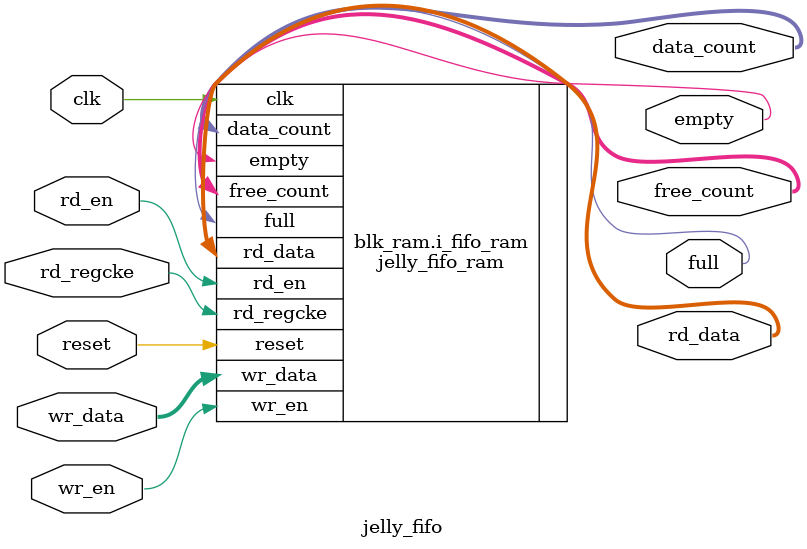
<source format=v>




`timescale 1ns / 1ps
`default_nettype none



// FIFO
module jelly_fifo
        #(
            parameter   DATA_WIDTH = 8,
            parameter   PTR_WIDTH  = 10,
            parameter   DOUT_REGS  = 0,
            parameter   RAM_TYPE   = "block",
            parameter   LOW_DEALY  = 0
        )
        (
            input   wire                        reset,
            input   wire                        clk,
            
            input   wire                        wr_en,
            input   wire    [DATA_WIDTH-1:0]    wr_data,
            
            input   wire                        rd_en,
            input   wire                        rd_regcke,
            output  wire    [DATA_WIDTH-1:0]    rd_data,
            
            output  wire                        full,
            output  wire                        empty,
            output  wire    [PTR_WIDTH:0]       free_count,
            output  wire    [PTR_WIDTH:0]       data_count
        );
    
    
    generate
    if ( LOW_DEALY && RAM_TYPE == "distributed" && PTR_WIDTH < 8 ) begin : blk_shifter
        jelly_fifo_shifter
                #(
                    .DATA_WIDTH     (DATA_WIDTH),
                    .PTR_WIDTH      (PTR_WIDTH),
                    .DOUT_REGS      (DOUT_REGS)
                )
            i_fifo_shifter
                (
                    .reset          (reset),
                    .clk            (clk),
                    
                    .wr_en          (wr_en),
                    .wr_data        (wr_data),
                    
                    .rd_en          (rd_en),
                    .rd_regcke      (rd_regcke),
                    .rd_data        (rd_data),
                    
                    .full           (full),
                    .empty          (empty),
                    .free_count     (free_count),
                    .data_count     (data_count)
                );
    end
    else begin : blk_ram
        jelly_fifo_ram
                #(
                    .DATA_WIDTH     (DATA_WIDTH),
                    .PTR_WIDTH      (PTR_WIDTH),
                    .DOUT_REGS      (DOUT_REGS),
                    .RAM_TYPE       (RAM_TYPE),
                    .LOW_DEALY      (LOW_DEALY)
                )
            i_fifo_ram
                (
                    .reset          (reset),
                    .clk            (clk),
                    
                    .wr_en          (wr_en),
                    .wr_data        (wr_data),
                    
                    .rd_en          (rd_en),
                    .rd_regcke      (rd_regcke),
                    .rd_data        (rd_data),
                    
                    .full           (full),
                    .empty          (empty),
                    .free_count     (free_count),
                    .data_count     (data_count)
                );
    end
    endgenerate
    
    
endmodule


`default_nettype wire


// end of file

</source>
